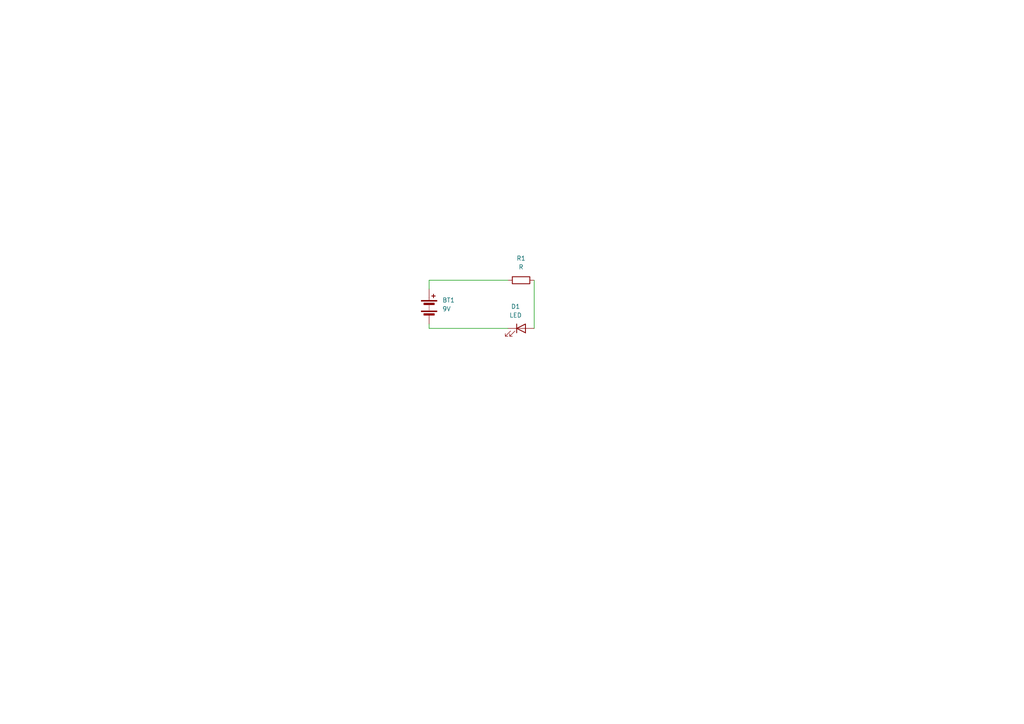
<source format=kicad_sch>
(kicad_sch
	(version 20250114)
	(generator "eeschema")
	(generator_version "9.0")
	(uuid "7aae80f2-189a-4346-853c-0351c0244f0e")
	(paper "A4")
	(lib_symbols
		(symbol "Device:Battery"
			(pin_numbers
				(hide yes)
			)
			(pin_names
				(offset 0)
				(hide yes)
			)
			(exclude_from_sim no)
			(in_bom yes)
			(on_board yes)
			(property "Reference" "BT"
				(at 2.54 2.54 0)
				(effects
					(font
						(size 1.27 1.27)
					)
					(justify left)
				)
			)
			(property "Value" "Battery"
				(at 2.54 0 0)
				(effects
					(font
						(size 1.27 1.27)
					)
					(justify left)
				)
			)
			(property "Footprint" ""
				(at 0 1.524 90)
				(effects
					(font
						(size 1.27 1.27)
					)
					(hide yes)
				)
			)
			(property "Datasheet" "~"
				(at 0 1.524 90)
				(effects
					(font
						(size 1.27 1.27)
					)
					(hide yes)
				)
			)
			(property "Description" "Multiple-cell battery"
				(at 0 0 0)
				(effects
					(font
						(size 1.27 1.27)
					)
					(hide yes)
				)
			)
			(property "ki_keywords" "batt voltage-source cell"
				(at 0 0 0)
				(effects
					(font
						(size 1.27 1.27)
					)
					(hide yes)
				)
			)
			(symbol "Battery_0_1"
				(rectangle
					(start -2.286 1.778)
					(end 2.286 1.524)
					(stroke
						(width 0)
						(type default)
					)
					(fill
						(type outline)
					)
				)
				(rectangle
					(start -2.286 -1.27)
					(end 2.286 -1.524)
					(stroke
						(width 0)
						(type default)
					)
					(fill
						(type outline)
					)
				)
				(rectangle
					(start -1.524 1.016)
					(end 1.524 0.508)
					(stroke
						(width 0)
						(type default)
					)
					(fill
						(type outline)
					)
				)
				(rectangle
					(start -1.524 -2.032)
					(end 1.524 -2.54)
					(stroke
						(width 0)
						(type default)
					)
					(fill
						(type outline)
					)
				)
				(polyline
					(pts
						(xy 0 1.778) (xy 0 2.54)
					)
					(stroke
						(width 0)
						(type default)
					)
					(fill
						(type none)
					)
				)
				(polyline
					(pts
						(xy 0 0) (xy 0 0.254)
					)
					(stroke
						(width 0)
						(type default)
					)
					(fill
						(type none)
					)
				)
				(polyline
					(pts
						(xy 0 -0.508) (xy 0 -0.254)
					)
					(stroke
						(width 0)
						(type default)
					)
					(fill
						(type none)
					)
				)
				(polyline
					(pts
						(xy 0 -1.016) (xy 0 -0.762)
					)
					(stroke
						(width 0)
						(type default)
					)
					(fill
						(type none)
					)
				)
				(polyline
					(pts
						(xy 0.762 3.048) (xy 1.778 3.048)
					)
					(stroke
						(width 0.254)
						(type default)
					)
					(fill
						(type none)
					)
				)
				(polyline
					(pts
						(xy 1.27 3.556) (xy 1.27 2.54)
					)
					(stroke
						(width 0.254)
						(type default)
					)
					(fill
						(type none)
					)
				)
			)
			(symbol "Battery_1_1"
				(pin passive line
					(at 0 5.08 270)
					(length 2.54)
					(name "+"
						(effects
							(font
								(size 1.27 1.27)
							)
						)
					)
					(number "1"
						(effects
							(font
								(size 1.27 1.27)
							)
						)
					)
				)
				(pin passive line
					(at 0 -5.08 90)
					(length 2.54)
					(name "-"
						(effects
							(font
								(size 1.27 1.27)
							)
						)
					)
					(number "2"
						(effects
							(font
								(size 1.27 1.27)
							)
						)
					)
				)
			)
			(embedded_fonts no)
		)
		(symbol "Device:LED"
			(pin_numbers
				(hide yes)
			)
			(pin_names
				(offset 1.016)
				(hide yes)
			)
			(exclude_from_sim no)
			(in_bom yes)
			(on_board yes)
			(property "Reference" "D"
				(at 0 2.54 0)
				(effects
					(font
						(size 1.27 1.27)
					)
				)
			)
			(property "Value" "LED"
				(at 0 -2.54 0)
				(effects
					(font
						(size 1.27 1.27)
					)
				)
			)
			(property "Footprint" ""
				(at 0 0 0)
				(effects
					(font
						(size 1.27 1.27)
					)
					(hide yes)
				)
			)
			(property "Datasheet" "~"
				(at 0 0 0)
				(effects
					(font
						(size 1.27 1.27)
					)
					(hide yes)
				)
			)
			(property "Description" "Light emitting diode"
				(at 0 0 0)
				(effects
					(font
						(size 1.27 1.27)
					)
					(hide yes)
				)
			)
			(property "Sim.Pins" "1=K 2=A"
				(at 0 0 0)
				(effects
					(font
						(size 1.27 1.27)
					)
					(hide yes)
				)
			)
			(property "ki_keywords" "LED diode"
				(at 0 0 0)
				(effects
					(font
						(size 1.27 1.27)
					)
					(hide yes)
				)
			)
			(property "ki_fp_filters" "LED* LED_SMD:* LED_THT:*"
				(at 0 0 0)
				(effects
					(font
						(size 1.27 1.27)
					)
					(hide yes)
				)
			)
			(symbol "LED_0_1"
				(polyline
					(pts
						(xy -3.048 -0.762) (xy -4.572 -2.286) (xy -3.81 -2.286) (xy -4.572 -2.286) (xy -4.572 -1.524)
					)
					(stroke
						(width 0)
						(type default)
					)
					(fill
						(type none)
					)
				)
				(polyline
					(pts
						(xy -1.778 -0.762) (xy -3.302 -2.286) (xy -2.54 -2.286) (xy -3.302 -2.286) (xy -3.302 -1.524)
					)
					(stroke
						(width 0)
						(type default)
					)
					(fill
						(type none)
					)
				)
				(polyline
					(pts
						(xy -1.27 0) (xy 1.27 0)
					)
					(stroke
						(width 0)
						(type default)
					)
					(fill
						(type none)
					)
				)
				(polyline
					(pts
						(xy -1.27 -1.27) (xy -1.27 1.27)
					)
					(stroke
						(width 0.254)
						(type default)
					)
					(fill
						(type none)
					)
				)
				(polyline
					(pts
						(xy 1.27 -1.27) (xy 1.27 1.27) (xy -1.27 0) (xy 1.27 -1.27)
					)
					(stroke
						(width 0.254)
						(type default)
					)
					(fill
						(type none)
					)
				)
			)
			(symbol "LED_1_1"
				(pin passive line
					(at -3.81 0 0)
					(length 2.54)
					(name "K"
						(effects
							(font
								(size 1.27 1.27)
							)
						)
					)
					(number "1"
						(effects
							(font
								(size 1.27 1.27)
							)
						)
					)
				)
				(pin passive line
					(at 3.81 0 180)
					(length 2.54)
					(name "A"
						(effects
							(font
								(size 1.27 1.27)
							)
						)
					)
					(number "2"
						(effects
							(font
								(size 1.27 1.27)
							)
						)
					)
				)
			)
			(embedded_fonts no)
		)
		(symbol "Device:R"
			(pin_numbers
				(hide yes)
			)
			(pin_names
				(offset 0)
			)
			(exclude_from_sim no)
			(in_bom yes)
			(on_board yes)
			(property "Reference" "R"
				(at 2.032 0 90)
				(effects
					(font
						(size 1.27 1.27)
					)
				)
			)
			(property "Value" "R"
				(at 0 0 90)
				(effects
					(font
						(size 1.27 1.27)
					)
				)
			)
			(property "Footprint" ""
				(at -1.778 0 90)
				(effects
					(font
						(size 1.27 1.27)
					)
					(hide yes)
				)
			)
			(property "Datasheet" "~"
				(at 0 0 0)
				(effects
					(font
						(size 1.27 1.27)
					)
					(hide yes)
				)
			)
			(property "Description" "Resistor"
				(at 0 0 0)
				(effects
					(font
						(size 1.27 1.27)
					)
					(hide yes)
				)
			)
			(property "ki_keywords" "R res resistor"
				(at 0 0 0)
				(effects
					(font
						(size 1.27 1.27)
					)
					(hide yes)
				)
			)
			(property "ki_fp_filters" "R_*"
				(at 0 0 0)
				(effects
					(font
						(size 1.27 1.27)
					)
					(hide yes)
				)
			)
			(symbol "R_0_1"
				(rectangle
					(start -1.016 -2.54)
					(end 1.016 2.54)
					(stroke
						(width 0.254)
						(type default)
					)
					(fill
						(type none)
					)
				)
			)
			(symbol "R_1_1"
				(pin passive line
					(at 0 3.81 270)
					(length 1.27)
					(name "~"
						(effects
							(font
								(size 1.27 1.27)
							)
						)
					)
					(number "1"
						(effects
							(font
								(size 1.27 1.27)
							)
						)
					)
				)
				(pin passive line
					(at 0 -3.81 90)
					(length 1.27)
					(name "~"
						(effects
							(font
								(size 1.27 1.27)
							)
						)
					)
					(number "2"
						(effects
							(font
								(size 1.27 1.27)
							)
						)
					)
				)
			)
			(embedded_fonts no)
		)
	)
	(wire
		(pts
			(xy 124.46 95.25) (xy 124.46 93.98)
		)
		(stroke
			(width 0)
			(type default)
		)
		(uuid "41feeaef-9ae8-4f55-87d9-96322012e835")
	)
	(wire
		(pts
			(xy 124.46 81.28) (xy 147.32 81.28)
		)
		(stroke
			(width 0)
			(type default)
		)
		(uuid "b0c62143-724d-4a20-93c1-26366ffbc488")
	)
	(wire
		(pts
			(xy 124.46 81.28) (xy 124.46 83.82)
		)
		(stroke
			(width 0)
			(type default)
		)
		(uuid "d69b9aba-e9d9-4869-9e50-5c3d28a3fc5e")
	)
	(wire
		(pts
			(xy 154.94 81.28) (xy 154.94 95.25)
		)
		(stroke
			(width 0)
			(type default)
		)
		(uuid "ea80ab24-c7de-4fc5-ac09-3e416705bc5a")
	)
	(wire
		(pts
			(xy 147.32 95.25) (xy 124.46 95.25)
		)
		(stroke
			(width 0)
			(type default)
		)
		(uuid "efd31d5a-97cf-4970-bfd5-0adf52c570a3")
	)
	(symbol
		(lib_id "Device:Battery")
		(at 124.46 88.9 0)
		(unit 1)
		(exclude_from_sim no)
		(in_bom yes)
		(on_board yes)
		(dnp no)
		(fields_autoplaced yes)
		(uuid "363ec393-b89d-431d-94e6-57f9ec1c3a87")
		(property "Reference" "BT1"
			(at 128.27 87.0584 0)
			(effects
				(font
					(size 1.27 1.27)
				)
				(justify left)
			)
		)
		(property "Value" "9V"
			(at 128.27 89.5984 0)
			(effects
				(font
					(size 1.27 1.27)
				)
				(justify left)
			)
		)
		(property "Footprint" "Connector_PinSocket_2.54mm:PinSocket_2x01_P2.54mm_Vertical"
			(at 124.46 87.376 90)
			(effects
				(font
					(size 1.27 1.27)
				)
				(hide yes)
			)
		)
		(property "Datasheet" "~"
			(at 124.46 87.376 90)
			(effects
				(font
					(size 1.27 1.27)
				)
				(hide yes)
			)
		)
		(property "Description" "Multiple-cell battery"
			(at 124.46 88.9 0)
			(effects
				(font
					(size 1.27 1.27)
				)
				(hide yes)
			)
		)
		(pin "2"
			(uuid "c50594d8-c96a-4fdd-a7ad-31d3762a8514")
		)
		(pin "1"
			(uuid "cffd83d5-5abc-42ba-a954-7387f04712d7")
		)
		(instances
			(project ""
				(path "/7aae80f2-189a-4346-853c-0351c0244f0e"
					(reference "BT1")
					(unit 1)
				)
			)
		)
	)
	(symbol
		(lib_id "Device:LED")
		(at 151.13 95.25 0)
		(unit 1)
		(exclude_from_sim no)
		(in_bom yes)
		(on_board yes)
		(dnp no)
		(fields_autoplaced yes)
		(uuid "8eb1b7ae-fd26-4722-bffc-487f389b3ef7")
		(property "Reference" "D1"
			(at 149.5425 88.9 0)
			(effects
				(font
					(size 1.27 1.27)
				)
			)
		)
		(property "Value" "LED"
			(at 149.5425 91.44 0)
			(effects
				(font
					(size 1.27 1.27)
				)
			)
		)
		(property "Footprint" "LED_THT:LED_D5.0mm_FlatTop"
			(at 151.13 95.25 0)
			(effects
				(font
					(size 1.27 1.27)
				)
				(hide yes)
			)
		)
		(property "Datasheet" "~"
			(at 151.13 95.25 0)
			(effects
				(font
					(size 1.27 1.27)
				)
				(hide yes)
			)
		)
		(property "Description" "Light emitting diode"
			(at 151.13 95.25 0)
			(effects
				(font
					(size 1.27 1.27)
				)
				(hide yes)
			)
		)
		(property "Sim.Pins" "1=K 2=A"
			(at 151.13 95.25 0)
			(effects
				(font
					(size 1.27 1.27)
				)
				(hide yes)
			)
		)
		(pin "1"
			(uuid "f949fec4-d200-4829-a311-75088296aa16")
		)
		(pin "2"
			(uuid "d6ab2140-665e-43da-ad47-25aef148ebab")
		)
		(instances
			(project ""
				(path "/7aae80f2-189a-4346-853c-0351c0244f0e"
					(reference "D1")
					(unit 1)
				)
			)
		)
	)
	(symbol
		(lib_id "Device:R")
		(at 151.13 81.28 90)
		(unit 1)
		(exclude_from_sim no)
		(in_bom yes)
		(on_board yes)
		(dnp no)
		(fields_autoplaced yes)
		(uuid "95bc3797-493f-4764-bab6-ddb40ec2a810")
		(property "Reference" "R1"
			(at 151.13 74.93 90)
			(effects
				(font
					(size 1.27 1.27)
				)
			)
		)
		(property "Value" "R"
			(at 151.13 77.47 90)
			(effects
				(font
					(size 1.27 1.27)
				)
			)
		)
		(property "Footprint" "Resistor_THT:R_Axial_DIN0207_L6.3mm_D2.5mm_P7.62mm_Horizontal"
			(at 151.13 83.058 90)
			(effects
				(font
					(size 1.27 1.27)
				)
				(hide yes)
			)
		)
		(property "Datasheet" "~"
			(at 151.13 81.28 0)
			(effects
				(font
					(size 1.27 1.27)
				)
				(hide yes)
			)
		)
		(property "Description" "Resistor"
			(at 151.13 81.28 0)
			(effects
				(font
					(size 1.27 1.27)
				)
				(hide yes)
			)
		)
		(pin "1"
			(uuid "d6a831a4-a464-451d-b9dc-fb92a45ee435")
		)
		(pin "2"
			(uuid "d62a20bc-d06d-4a75-9746-e022883e0004")
		)
		(instances
			(project ""
				(path "/7aae80f2-189a-4346-853c-0351c0244f0e"
					(reference "R1")
					(unit 1)
				)
			)
		)
	)
	(sheet_instances
		(path "/"
			(page "1")
		)
	)
	(embedded_fonts no)
)

</source>
